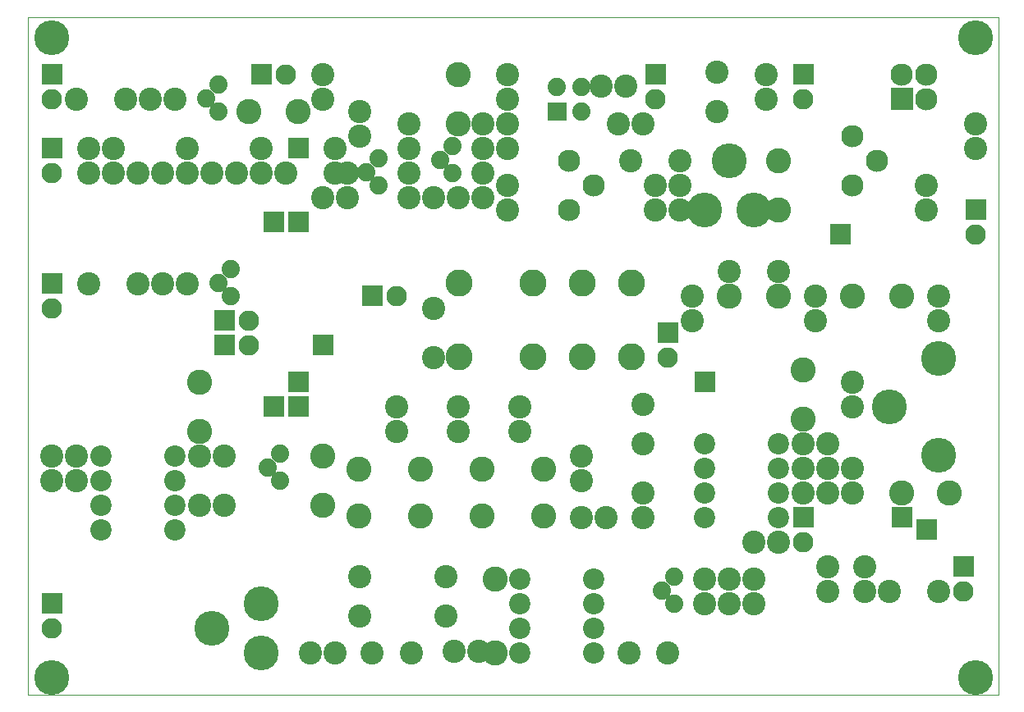
<source format=gbr>
%FSLAX34Y34*%
%MOMM*%
%LNSOLDERMASK_BOTTOM*%
G71*
G01*
%ADD10C, 0.00*%
%ADD11C, 2.12*%
%ADD12C, 2.40*%
%ADD13C, 1.88*%
%ADD14C, 2.60*%
%ADD15C, 2.30*%
%ADD16C, 1.88*%
%ADD17C, 3.60*%
%ADD18C, 2.30*%
%ADD19C, 2.20*%
%ADD20C, 2.80*%
%ADD21C, 2.12*%
%ADD22C, 2.60*%
%ADD23C, 3.60*%
%ADD24C, 3.60*%
%LPD*%
G54D10*
X-50000Y1050000D02*
X950000Y1050000D01*
X950000Y350000D01*
X-50000Y350000D01*
X-50000Y1050000D01*
G36*
X-14800Y1001200D02*
X-14800Y980000D01*
X-36000Y980000D01*
X-36000Y1001200D01*
X-14800Y1001200D01*
G37*
X-25400Y965200D02*
G54D11*
D03*
X76200Y965200D02*
G54D12*
D03*
X101600Y965200D02*
G54D12*
D03*
X50800Y965200D02*
G54D12*
D03*
X0Y965200D02*
G54D12*
D03*
X145766Y952171D02*
G54D13*
D03*
X133066Y966171D02*
G54D13*
D03*
X145766Y980171D02*
G54D13*
D03*
G36*
X179900Y1001200D02*
X201100Y1001200D01*
X201100Y980000D01*
X179900Y980000D01*
X179900Y1001200D01*
G37*
X215900Y990600D02*
G54D11*
D03*
X177800Y952500D02*
G54D14*
D03*
X228600Y952500D02*
G54D14*
D03*
X254000Y990600D02*
G54D12*
D03*
X254000Y965200D02*
G54D12*
D03*
X310866Y875971D02*
G54D13*
D03*
X298166Y889971D02*
G54D13*
D03*
X310866Y903971D02*
G54D13*
D03*
G36*
X-14800Y925000D02*
X-14800Y903800D01*
X-36000Y903800D01*
X-36000Y925000D01*
X-14800Y925000D01*
G37*
X-25400Y889000D02*
G54D11*
D03*
X12700Y914400D02*
G54D12*
D03*
X12700Y889000D02*
G54D12*
D03*
X38100Y914400D02*
G54D12*
D03*
X38100Y889000D02*
G54D12*
D03*
X63500Y889000D02*
G54D12*
D03*
X88900Y889000D02*
G54D12*
D03*
X114300Y914400D02*
G54D12*
D03*
X114300Y889000D02*
G54D12*
D03*
X139700Y889000D02*
G54D12*
D03*
X165100Y889000D02*
G54D12*
D03*
X190500Y914400D02*
G54D12*
D03*
X190500Y889000D02*
G54D12*
D03*
X266700Y914400D02*
G54D12*
D03*
X266700Y889000D02*
G54D12*
D03*
X292100Y952500D02*
G54D12*
D03*
X292100Y927100D02*
G54D12*
D03*
X342900Y863600D02*
G54D12*
D03*
X342900Y889000D02*
G54D12*
D03*
X387066Y888671D02*
G54D13*
D03*
X374366Y902671D02*
G54D13*
D03*
X387066Y916671D02*
G54D13*
D03*
X342900Y939800D02*
G54D12*
D03*
X342900Y914400D02*
G54D12*
D03*
X254000Y863600D02*
G54D12*
D03*
X279400Y863600D02*
G54D12*
D03*
X393700Y990600D02*
G54D14*
D03*
X393700Y939800D02*
G54D14*
D03*
X419100Y939800D02*
G54D12*
D03*
X419100Y914400D02*
G54D12*
D03*
X419100Y889000D02*
G54D12*
D03*
X419100Y863600D02*
G54D12*
D03*
X444500Y939800D02*
G54D12*
D03*
X444500Y914400D02*
G54D12*
D03*
X508000Y850900D02*
G54D15*
D03*
X533400Y876300D02*
G54D15*
D03*
X508000Y901700D02*
G54D15*
D03*
X444500Y876300D02*
G54D12*
D03*
X444500Y850900D02*
G54D12*
D03*
G36*
X485900Y961900D02*
X504700Y961900D01*
X504700Y943100D01*
X485900Y943100D01*
X485900Y961900D01*
G37*
X495300Y977900D02*
G54D16*
D03*
X520700Y952500D02*
G54D16*
D03*
X520700Y977900D02*
G54D16*
D03*
X444500Y990600D02*
G54D12*
D03*
X444500Y965200D02*
G54D12*
D03*
X584200Y939800D02*
G54D12*
D03*
X558800Y939800D02*
G54D12*
D03*
X622300Y901700D02*
G54D12*
D03*
X571500Y901700D02*
G54D12*
D03*
X596900Y876300D02*
G54D12*
D03*
X596900Y850900D02*
G54D12*
D03*
X622300Y876300D02*
G54D12*
D03*
X622300Y850900D02*
G54D12*
D03*
X647700Y850900D02*
G54D17*
D03*
X698500Y850900D02*
G54D17*
D03*
X673100Y901700D02*
G54D17*
D03*
X660400Y952500D02*
G54D12*
D03*
X660400Y992500D02*
G54D12*
D03*
X566178Y978299D02*
G54D12*
D03*
X540778Y978299D02*
G54D12*
D03*
G36*
X607500Y1001200D02*
X607500Y980000D01*
X586300Y980000D01*
X586300Y1001200D01*
X607500Y1001200D01*
G37*
X596900Y965200D02*
G54D11*
D03*
X711200Y990600D02*
G54D12*
D03*
X711200Y965200D02*
G54D12*
D03*
X800100Y876300D02*
G54D15*
D03*
X825500Y901700D02*
G54D15*
D03*
X800100Y927100D02*
G54D15*
D03*
X723900Y901700D02*
G54D14*
D03*
X723900Y850900D02*
G54D14*
D03*
G36*
X759900Y1001200D02*
X759900Y980000D01*
X738700Y980000D01*
X738700Y1001200D01*
X759900Y1001200D01*
G37*
X749300Y965200D02*
G54D11*
D03*
G36*
X839400Y976700D02*
X862400Y976700D01*
X862400Y953700D01*
X839400Y953700D01*
X839400Y976700D01*
G37*
X850900Y990600D02*
G54D18*
D03*
X876300Y965200D02*
G54D18*
D03*
X876300Y990600D02*
G54D18*
D03*
X927100Y914400D02*
G54D12*
D03*
X927100Y939800D02*
G54D12*
D03*
X876300Y876300D02*
G54D12*
D03*
X876300Y850900D02*
G54D12*
D03*
X25400Y596900D02*
G54D19*
D03*
X25400Y571500D02*
G54D19*
D03*
X25400Y546100D02*
G54D19*
D03*
X25400Y520700D02*
G54D19*
D03*
X101600Y596900D02*
G54D19*
D03*
X101600Y571500D02*
G54D19*
D03*
X101600Y546100D02*
G54D19*
D03*
X101600Y520700D02*
G54D19*
D03*
X647700Y609600D02*
G54D19*
D03*
X647700Y584200D02*
G54D19*
D03*
X647700Y558800D02*
G54D19*
D03*
X647700Y533400D02*
G54D19*
D03*
X723900Y609600D02*
G54D19*
D03*
X723900Y584200D02*
G54D19*
D03*
X723900Y558800D02*
G54D19*
D03*
X723900Y533400D02*
G54D19*
D03*
X291250Y583350D02*
G54D14*
D03*
X291250Y534950D02*
G54D14*
D03*
X394085Y698735D02*
G54D20*
D03*
X394085Y774935D02*
G54D20*
D03*
X470285Y698735D02*
G54D20*
D03*
X521085Y698735D02*
G54D20*
D03*
X571885Y698735D02*
G54D20*
D03*
X470285Y774935D02*
G54D20*
D03*
X521085Y774935D02*
G54D20*
D03*
X571885Y774935D02*
G54D20*
D03*
G36*
X937700Y861500D02*
X937700Y840300D01*
X916500Y840300D01*
X916500Y861500D01*
X937700Y861500D01*
G37*
X927100Y825500D02*
G54D21*
D03*
X889000Y736600D02*
G54D12*
D03*
X889000Y762000D02*
G54D12*
D03*
X850900Y762000D02*
G54D22*
D03*
X800100Y762000D02*
G54D22*
D03*
X762000Y736600D02*
G54D12*
D03*
X762000Y762000D02*
G54D12*
D03*
X723900Y762000D02*
G54D22*
D03*
X673100Y762000D02*
G54D22*
D03*
X635000Y736600D02*
G54D12*
D03*
X635000Y762000D02*
G54D12*
D03*
G36*
X-14800Y785300D02*
X-14800Y764100D01*
X-36000Y764100D01*
X-36000Y785300D01*
X-14800Y785300D01*
G37*
X-25400Y749300D02*
G54D11*
D03*
X63500Y774700D02*
G54D12*
D03*
X12700Y774700D02*
G54D12*
D03*
X88900Y774700D02*
G54D12*
D03*
X114300Y774700D02*
G54D12*
D03*
X158466Y761671D02*
G54D13*
D03*
X145766Y775671D02*
G54D13*
D03*
X158466Y789671D02*
G54D13*
D03*
X368300Y698500D02*
G54D12*
D03*
X368300Y749300D02*
G54D12*
D03*
G36*
X620200Y734500D02*
X620200Y713300D01*
X599000Y713300D01*
X599000Y734500D01*
X620200Y734500D01*
G37*
X609600Y698500D02*
G54D11*
D03*
X354750Y583350D02*
G54D14*
D03*
X354750Y534950D02*
G54D14*
D03*
X418250Y583350D02*
G54D14*
D03*
X418250Y534950D02*
G54D14*
D03*
X481750Y583350D02*
G54D14*
D03*
X481750Y534950D02*
G54D14*
D03*
X330200Y622300D02*
G54D12*
D03*
X330200Y647700D02*
G54D12*
D03*
X393700Y622300D02*
G54D12*
D03*
X393700Y647700D02*
G54D12*
D03*
X457200Y622300D02*
G54D12*
D03*
X457200Y647700D02*
G54D12*
D03*
X209266Y571171D02*
G54D13*
D03*
X196566Y585171D02*
G54D13*
D03*
X209266Y599171D02*
G54D13*
D03*
X520700Y571500D02*
G54D12*
D03*
X520700Y596900D02*
G54D12*
D03*
X546100Y533400D02*
G54D12*
D03*
X520700Y533400D02*
G54D12*
D03*
X0Y596900D02*
G54D12*
D03*
X-25400Y596900D02*
G54D12*
D03*
X0Y571500D02*
G54D12*
D03*
X-25400Y571500D02*
G54D12*
D03*
X152400Y546100D02*
G54D12*
D03*
X127000Y546100D02*
G54D12*
D03*
X152400Y596900D02*
G54D12*
D03*
X127000Y596900D02*
G54D12*
D03*
X584200Y558800D02*
G54D12*
D03*
X584200Y533400D02*
G54D12*
D03*
X584200Y649600D02*
G54D12*
D03*
X584200Y609600D02*
G54D12*
D03*
G36*
X192600Y848800D02*
X213800Y848800D01*
X213800Y827600D01*
X192600Y827600D01*
X192600Y848800D01*
G37*
G36*
X192600Y658300D02*
X213800Y658300D01*
X213800Y637100D01*
X192600Y637100D01*
X192600Y658300D01*
G37*
G36*
X218000Y925000D02*
X239200Y925000D01*
X239200Y903800D01*
X218000Y903800D01*
X218000Y925000D01*
G37*
G36*
X218000Y848800D02*
X239200Y848800D01*
X239200Y827600D01*
X218000Y827600D01*
X218000Y848800D01*
G37*
G36*
X218000Y683700D02*
X239200Y683700D01*
X239200Y662500D01*
X218000Y662500D01*
X218000Y683700D01*
G37*
G36*
X218000Y658300D02*
X239200Y658300D01*
X239200Y637100D01*
X218000Y637100D01*
X218000Y658300D01*
G37*
X215900Y889000D02*
G54D12*
D03*
X266700Y889000D02*
G54D12*
D03*
X749300Y558800D02*
G54D12*
D03*
X749300Y584200D02*
G54D12*
D03*
X774700Y609600D02*
G54D12*
D03*
X749300Y609600D02*
G54D12*
D03*
X800100Y584200D02*
G54D12*
D03*
X774700Y584200D02*
G54D12*
D03*
X800100Y558800D02*
G54D12*
D03*
X774700Y558800D02*
G54D12*
D03*
X850900Y558800D02*
G54D22*
D03*
X899300Y558800D02*
G54D14*
D03*
X838200Y647700D02*
G54D23*
D03*
X888200Y697700D02*
G54D23*
D03*
X888200Y597700D02*
G54D23*
D03*
X800100Y647700D02*
G54D12*
D03*
X800100Y673100D02*
G54D12*
D03*
G36*
X637100Y683700D02*
X658300Y683700D01*
X658300Y662500D01*
X637100Y662500D01*
X637100Y683700D01*
G37*
G36*
X294200Y772600D02*
X315400Y772600D01*
X315400Y751400D01*
X294200Y751400D01*
X294200Y772600D01*
G37*
X330200Y762000D02*
G54D11*
D03*
X698500Y469900D02*
G54D12*
D03*
X673100Y469900D02*
G54D12*
D03*
X698500Y444500D02*
G54D12*
D03*
X673100Y444500D02*
G54D12*
D03*
X647700Y469900D02*
G54D12*
D03*
X647700Y444500D02*
G54D12*
D03*
X615666Y444171D02*
G54D13*
D03*
X602966Y458171D02*
G54D13*
D03*
X615666Y472171D02*
G54D13*
D03*
G36*
X925000Y493200D02*
X925000Y472000D01*
X903800Y472000D01*
X903800Y493200D01*
X925000Y493200D01*
G37*
X914400Y457200D02*
G54D11*
D03*
X838200Y457200D02*
G54D12*
D03*
X889000Y457200D02*
G54D12*
D03*
X812800Y457200D02*
G54D12*
D03*
X812800Y482600D02*
G54D12*
D03*
X774700Y482600D02*
G54D12*
D03*
X774700Y457200D02*
G54D12*
D03*
X533251Y393690D02*
G54D19*
D03*
X533251Y419090D02*
G54D19*
D03*
X533251Y444491D02*
G54D19*
D03*
X533251Y469890D02*
G54D19*
D03*
X457051Y393690D02*
G54D19*
D03*
X457051Y419090D02*
G54D19*
D03*
X457051Y444491D02*
G54D19*
D03*
X457051Y469890D02*
G54D19*
D03*
X388726Y395177D02*
G54D12*
D03*
X414126Y395177D02*
G54D12*
D03*
X381000Y471800D02*
G54D12*
D03*
X381000Y431800D02*
G54D12*
D03*
X431800Y469900D02*
G54D14*
D03*
X431800Y393700D02*
G54D14*
D03*
X292100Y471800D02*
G54D12*
D03*
X292100Y431800D02*
G54D12*
D03*
X304800Y393700D02*
G54D12*
D03*
X344800Y393700D02*
G54D12*
D03*
X190500Y393700D02*
G54D17*
D03*
X190500Y444500D02*
G54D17*
D03*
X139700Y419100D02*
G54D17*
D03*
G36*
X-14800Y455100D02*
X-14800Y433900D01*
X-36000Y433900D01*
X-36000Y455100D01*
X-14800Y455100D01*
G37*
X-25400Y419100D02*
G54D11*
D03*
X266700Y393700D02*
G54D12*
D03*
X241300Y393700D02*
G54D12*
D03*
G36*
X759900Y544000D02*
X759900Y522800D01*
X738700Y522800D01*
X738700Y544000D01*
X759900Y544000D01*
G37*
X749300Y508000D02*
G54D11*
D03*
X723900Y508000D02*
G54D12*
D03*
X698500Y508000D02*
G54D12*
D03*
X-25400Y1028700D02*
G54D12*
D03*
X927100Y1028700D02*
G54D12*
D03*
X927100Y368300D02*
G54D12*
D03*
X-25400Y368300D02*
G54D12*
D03*
X-25400Y1028700D02*
G54D12*
D03*
X-25400Y1028700D02*
G54D12*
D03*
X-25400Y1028700D02*
G54D12*
D03*
X927100Y1028700D02*
G54D24*
D03*
X927100Y368300D02*
G54D24*
D03*
X-25400Y368300D02*
G54D24*
D03*
X-25400Y1028700D02*
G54D24*
D03*
X-25400Y1028700D02*
G54D24*
D03*
X927100Y1028700D02*
G54D24*
D03*
X927100Y368300D02*
G54D24*
D03*
X-25400Y368300D02*
G54D24*
D03*
X673100Y787400D02*
G54D12*
D03*
X723900Y787400D02*
G54D12*
D03*
X569600Y393700D02*
G54D12*
D03*
X609600Y393700D02*
G54D12*
D03*
X749300Y635000D02*
G54D14*
D03*
X749300Y685800D02*
G54D14*
D03*
X127000Y622300D02*
G54D14*
D03*
X127000Y673100D02*
G54D14*
D03*
X254000Y546100D02*
G54D14*
D03*
X254000Y596900D02*
G54D14*
D03*
G36*
X243400Y721800D02*
X264600Y721800D01*
X264600Y700600D01*
X243400Y700600D01*
X243400Y721800D01*
G37*
G36*
X776800Y836100D02*
X798000Y836100D01*
X798000Y814900D01*
X776800Y814900D01*
X776800Y836100D01*
G37*
G36*
X141800Y721800D02*
X163000Y721800D01*
X163000Y700600D01*
X141800Y700600D01*
X141800Y721800D01*
G37*
X177800Y711200D02*
G54D11*
D03*
G36*
X141800Y747200D02*
X163000Y747200D01*
X163000Y726000D01*
X141800Y726000D01*
X141800Y747200D01*
G37*
X177800Y736600D02*
G54D11*
D03*
G36*
X776800Y836100D02*
X798000Y836100D01*
X798000Y814900D01*
X776800Y814900D01*
X776800Y836100D01*
G37*
G36*
X916500Y861500D02*
X937700Y861500D01*
X937700Y840300D01*
X916500Y840300D01*
X916500Y861500D01*
G37*
G36*
X865700Y531300D02*
X886900Y531300D01*
X886900Y510100D01*
X865700Y510100D01*
X865700Y531300D01*
G37*
G36*
X840300Y544000D02*
X861500Y544000D01*
X861500Y522800D01*
X840300Y522800D01*
X840300Y544000D01*
G37*
X393700Y863600D02*
G54D12*
D03*
X368300Y863600D02*
G54D12*
D03*
X279400Y889000D02*
G54D12*
D03*
M02*

</source>
